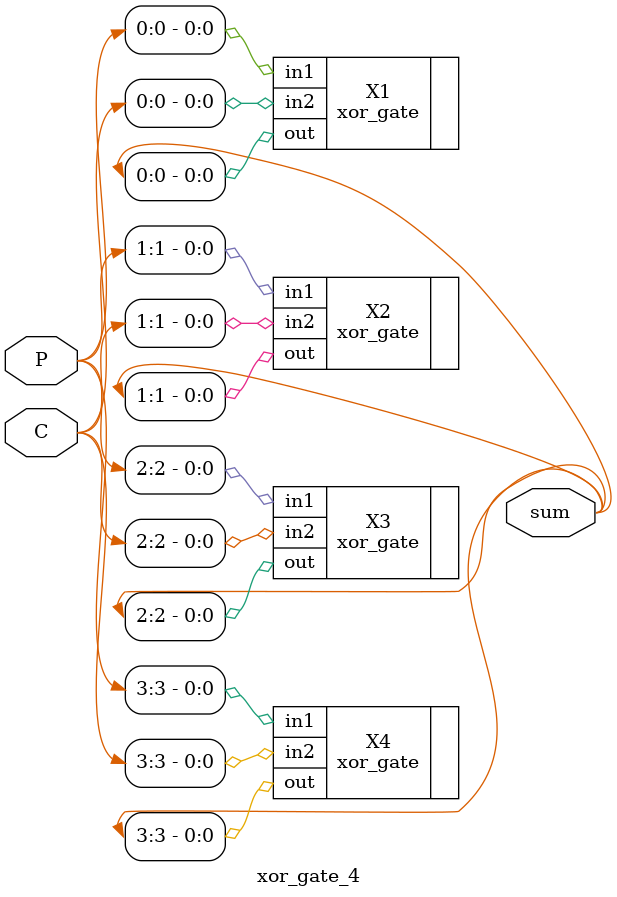
<source format=v>
`timescale 1ns / 1ps

module xor_gate_4(
	input wire [3:0] 	P,
	input wire [3:0] 	C,
	output wire [3:0] 	sum
    );

	xor_gate X1(
		.in1	(P[0]),
		.in2	(C[0]),
		.out 	(sum[0])
		);

	xor_gate X2(
		.in1 	(P[1]),
		.in2 	(C[1]),
		.out 	(sum[1])
		);

	xor_gate X3(
		.in1 	(P[2]),
		.in2 	(C[2]),
		.out 	(sum[2])
		);

	xor_gate X4(
		.in1 	(P[3]),
		.in2 	(C[3]),
		.out 	(sum[3])
		);
endmodule

</source>
